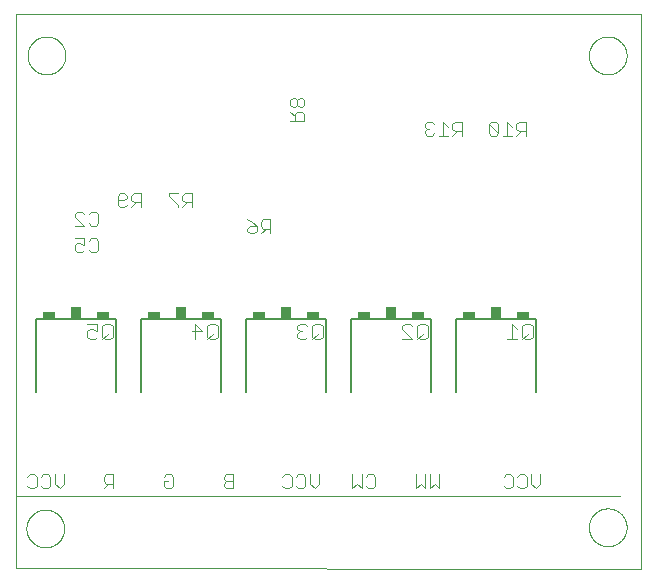
<source format=gbo>
G75*
%MOIN*%
%OFA0B0*%
%FSLAX25Y25*%
%IPPOS*%
%LPD*%
%AMOC8*
5,1,8,0,0,1.08239X$1,22.5*
%
%ADD10C,0.00000*%
%ADD11C,0.00400*%
%ADD12C,0.00600*%
%ADD13R,0.04488X0.02362*%
%ADD14R,0.03465X0.03937*%
D10*
X0052477Y0025103D02*
X0261020Y0024709D01*
X0261020Y0209788D01*
X0052477Y0209788D01*
X0052477Y0025103D01*
X0056060Y0038252D02*
X0056062Y0038410D01*
X0056068Y0038568D01*
X0056078Y0038726D01*
X0056092Y0038884D01*
X0056110Y0039041D01*
X0056131Y0039198D01*
X0056157Y0039354D01*
X0056187Y0039510D01*
X0056220Y0039665D01*
X0056258Y0039818D01*
X0056299Y0039971D01*
X0056344Y0040123D01*
X0056393Y0040274D01*
X0056446Y0040423D01*
X0056502Y0040571D01*
X0056562Y0040717D01*
X0056626Y0040862D01*
X0056694Y0041005D01*
X0056765Y0041147D01*
X0056839Y0041287D01*
X0056917Y0041424D01*
X0056999Y0041560D01*
X0057083Y0041694D01*
X0057172Y0041825D01*
X0057263Y0041954D01*
X0057358Y0042081D01*
X0057455Y0042206D01*
X0057556Y0042328D01*
X0057660Y0042447D01*
X0057767Y0042564D01*
X0057877Y0042678D01*
X0057990Y0042789D01*
X0058105Y0042898D01*
X0058223Y0043003D01*
X0058344Y0043105D01*
X0058467Y0043205D01*
X0058593Y0043301D01*
X0058721Y0043394D01*
X0058851Y0043484D01*
X0058984Y0043570D01*
X0059119Y0043654D01*
X0059255Y0043733D01*
X0059394Y0043810D01*
X0059535Y0043882D01*
X0059677Y0043952D01*
X0059821Y0044017D01*
X0059967Y0044079D01*
X0060114Y0044137D01*
X0060263Y0044192D01*
X0060413Y0044243D01*
X0060564Y0044290D01*
X0060716Y0044333D01*
X0060869Y0044372D01*
X0061024Y0044408D01*
X0061179Y0044439D01*
X0061335Y0044467D01*
X0061491Y0044491D01*
X0061648Y0044511D01*
X0061806Y0044527D01*
X0061963Y0044539D01*
X0062122Y0044547D01*
X0062280Y0044551D01*
X0062438Y0044551D01*
X0062596Y0044547D01*
X0062755Y0044539D01*
X0062912Y0044527D01*
X0063070Y0044511D01*
X0063227Y0044491D01*
X0063383Y0044467D01*
X0063539Y0044439D01*
X0063694Y0044408D01*
X0063849Y0044372D01*
X0064002Y0044333D01*
X0064154Y0044290D01*
X0064305Y0044243D01*
X0064455Y0044192D01*
X0064604Y0044137D01*
X0064751Y0044079D01*
X0064897Y0044017D01*
X0065041Y0043952D01*
X0065183Y0043882D01*
X0065324Y0043810D01*
X0065463Y0043733D01*
X0065599Y0043654D01*
X0065734Y0043570D01*
X0065867Y0043484D01*
X0065997Y0043394D01*
X0066125Y0043301D01*
X0066251Y0043205D01*
X0066374Y0043105D01*
X0066495Y0043003D01*
X0066613Y0042898D01*
X0066728Y0042789D01*
X0066841Y0042678D01*
X0066951Y0042564D01*
X0067058Y0042447D01*
X0067162Y0042328D01*
X0067263Y0042206D01*
X0067360Y0042081D01*
X0067455Y0041954D01*
X0067546Y0041825D01*
X0067635Y0041694D01*
X0067719Y0041560D01*
X0067801Y0041424D01*
X0067879Y0041287D01*
X0067953Y0041147D01*
X0068024Y0041005D01*
X0068092Y0040862D01*
X0068156Y0040717D01*
X0068216Y0040571D01*
X0068272Y0040423D01*
X0068325Y0040274D01*
X0068374Y0040123D01*
X0068419Y0039971D01*
X0068460Y0039818D01*
X0068498Y0039665D01*
X0068531Y0039510D01*
X0068561Y0039354D01*
X0068587Y0039198D01*
X0068608Y0039041D01*
X0068626Y0038884D01*
X0068640Y0038726D01*
X0068650Y0038568D01*
X0068656Y0038410D01*
X0068658Y0038252D01*
X0068656Y0038094D01*
X0068650Y0037936D01*
X0068640Y0037778D01*
X0068626Y0037620D01*
X0068608Y0037463D01*
X0068587Y0037306D01*
X0068561Y0037150D01*
X0068531Y0036994D01*
X0068498Y0036839D01*
X0068460Y0036686D01*
X0068419Y0036533D01*
X0068374Y0036381D01*
X0068325Y0036230D01*
X0068272Y0036081D01*
X0068216Y0035933D01*
X0068156Y0035787D01*
X0068092Y0035642D01*
X0068024Y0035499D01*
X0067953Y0035357D01*
X0067879Y0035217D01*
X0067801Y0035080D01*
X0067719Y0034944D01*
X0067635Y0034810D01*
X0067546Y0034679D01*
X0067455Y0034550D01*
X0067360Y0034423D01*
X0067263Y0034298D01*
X0067162Y0034176D01*
X0067058Y0034057D01*
X0066951Y0033940D01*
X0066841Y0033826D01*
X0066728Y0033715D01*
X0066613Y0033606D01*
X0066495Y0033501D01*
X0066374Y0033399D01*
X0066251Y0033299D01*
X0066125Y0033203D01*
X0065997Y0033110D01*
X0065867Y0033020D01*
X0065734Y0032934D01*
X0065599Y0032850D01*
X0065463Y0032771D01*
X0065324Y0032694D01*
X0065183Y0032622D01*
X0065041Y0032552D01*
X0064897Y0032487D01*
X0064751Y0032425D01*
X0064604Y0032367D01*
X0064455Y0032312D01*
X0064305Y0032261D01*
X0064154Y0032214D01*
X0064002Y0032171D01*
X0063849Y0032132D01*
X0063694Y0032096D01*
X0063539Y0032065D01*
X0063383Y0032037D01*
X0063227Y0032013D01*
X0063070Y0031993D01*
X0062912Y0031977D01*
X0062755Y0031965D01*
X0062596Y0031957D01*
X0062438Y0031953D01*
X0062280Y0031953D01*
X0062122Y0031957D01*
X0061963Y0031965D01*
X0061806Y0031977D01*
X0061648Y0031993D01*
X0061491Y0032013D01*
X0061335Y0032037D01*
X0061179Y0032065D01*
X0061024Y0032096D01*
X0060869Y0032132D01*
X0060716Y0032171D01*
X0060564Y0032214D01*
X0060413Y0032261D01*
X0060263Y0032312D01*
X0060114Y0032367D01*
X0059967Y0032425D01*
X0059821Y0032487D01*
X0059677Y0032552D01*
X0059535Y0032622D01*
X0059394Y0032694D01*
X0059255Y0032771D01*
X0059119Y0032850D01*
X0058984Y0032934D01*
X0058851Y0033020D01*
X0058721Y0033110D01*
X0058593Y0033203D01*
X0058467Y0033299D01*
X0058344Y0033399D01*
X0058223Y0033501D01*
X0058105Y0033606D01*
X0057990Y0033715D01*
X0057877Y0033826D01*
X0057767Y0033940D01*
X0057660Y0034057D01*
X0057556Y0034176D01*
X0057455Y0034298D01*
X0057358Y0034423D01*
X0057263Y0034550D01*
X0057172Y0034679D01*
X0057083Y0034810D01*
X0056999Y0034944D01*
X0056917Y0035080D01*
X0056839Y0035217D01*
X0056765Y0035357D01*
X0056694Y0035499D01*
X0056626Y0035642D01*
X0056562Y0035787D01*
X0056502Y0035933D01*
X0056446Y0036081D01*
X0056393Y0036230D01*
X0056344Y0036381D01*
X0056299Y0036533D01*
X0056258Y0036686D01*
X0056220Y0036839D01*
X0056187Y0036994D01*
X0056157Y0037150D01*
X0056131Y0037306D01*
X0056110Y0037463D01*
X0056092Y0037620D01*
X0056078Y0037778D01*
X0056068Y0037936D01*
X0056062Y0038094D01*
X0056060Y0038252D01*
X0052595Y0048951D02*
X0253796Y0048951D01*
X0243540Y0038646D02*
X0243542Y0038804D01*
X0243548Y0038962D01*
X0243558Y0039120D01*
X0243572Y0039278D01*
X0243590Y0039435D01*
X0243611Y0039592D01*
X0243637Y0039748D01*
X0243667Y0039904D01*
X0243700Y0040059D01*
X0243738Y0040212D01*
X0243779Y0040365D01*
X0243824Y0040517D01*
X0243873Y0040668D01*
X0243926Y0040817D01*
X0243982Y0040965D01*
X0244042Y0041111D01*
X0244106Y0041256D01*
X0244174Y0041399D01*
X0244245Y0041541D01*
X0244319Y0041681D01*
X0244397Y0041818D01*
X0244479Y0041954D01*
X0244563Y0042088D01*
X0244652Y0042219D01*
X0244743Y0042348D01*
X0244838Y0042475D01*
X0244935Y0042600D01*
X0245036Y0042722D01*
X0245140Y0042841D01*
X0245247Y0042958D01*
X0245357Y0043072D01*
X0245470Y0043183D01*
X0245585Y0043292D01*
X0245703Y0043397D01*
X0245824Y0043499D01*
X0245947Y0043599D01*
X0246073Y0043695D01*
X0246201Y0043788D01*
X0246331Y0043878D01*
X0246464Y0043964D01*
X0246599Y0044048D01*
X0246735Y0044127D01*
X0246874Y0044204D01*
X0247015Y0044276D01*
X0247157Y0044346D01*
X0247301Y0044411D01*
X0247447Y0044473D01*
X0247594Y0044531D01*
X0247743Y0044586D01*
X0247893Y0044637D01*
X0248044Y0044684D01*
X0248196Y0044727D01*
X0248349Y0044766D01*
X0248504Y0044802D01*
X0248659Y0044833D01*
X0248815Y0044861D01*
X0248971Y0044885D01*
X0249128Y0044905D01*
X0249286Y0044921D01*
X0249443Y0044933D01*
X0249602Y0044941D01*
X0249760Y0044945D01*
X0249918Y0044945D01*
X0250076Y0044941D01*
X0250235Y0044933D01*
X0250392Y0044921D01*
X0250550Y0044905D01*
X0250707Y0044885D01*
X0250863Y0044861D01*
X0251019Y0044833D01*
X0251174Y0044802D01*
X0251329Y0044766D01*
X0251482Y0044727D01*
X0251634Y0044684D01*
X0251785Y0044637D01*
X0251935Y0044586D01*
X0252084Y0044531D01*
X0252231Y0044473D01*
X0252377Y0044411D01*
X0252521Y0044346D01*
X0252663Y0044276D01*
X0252804Y0044204D01*
X0252943Y0044127D01*
X0253079Y0044048D01*
X0253214Y0043964D01*
X0253347Y0043878D01*
X0253477Y0043788D01*
X0253605Y0043695D01*
X0253731Y0043599D01*
X0253854Y0043499D01*
X0253975Y0043397D01*
X0254093Y0043292D01*
X0254208Y0043183D01*
X0254321Y0043072D01*
X0254431Y0042958D01*
X0254538Y0042841D01*
X0254642Y0042722D01*
X0254743Y0042600D01*
X0254840Y0042475D01*
X0254935Y0042348D01*
X0255026Y0042219D01*
X0255115Y0042088D01*
X0255199Y0041954D01*
X0255281Y0041818D01*
X0255359Y0041681D01*
X0255433Y0041541D01*
X0255504Y0041399D01*
X0255572Y0041256D01*
X0255636Y0041111D01*
X0255696Y0040965D01*
X0255752Y0040817D01*
X0255805Y0040668D01*
X0255854Y0040517D01*
X0255899Y0040365D01*
X0255940Y0040212D01*
X0255978Y0040059D01*
X0256011Y0039904D01*
X0256041Y0039748D01*
X0256067Y0039592D01*
X0256088Y0039435D01*
X0256106Y0039278D01*
X0256120Y0039120D01*
X0256130Y0038962D01*
X0256136Y0038804D01*
X0256138Y0038646D01*
X0256136Y0038488D01*
X0256130Y0038330D01*
X0256120Y0038172D01*
X0256106Y0038014D01*
X0256088Y0037857D01*
X0256067Y0037700D01*
X0256041Y0037544D01*
X0256011Y0037388D01*
X0255978Y0037233D01*
X0255940Y0037080D01*
X0255899Y0036927D01*
X0255854Y0036775D01*
X0255805Y0036624D01*
X0255752Y0036475D01*
X0255696Y0036327D01*
X0255636Y0036181D01*
X0255572Y0036036D01*
X0255504Y0035893D01*
X0255433Y0035751D01*
X0255359Y0035611D01*
X0255281Y0035474D01*
X0255199Y0035338D01*
X0255115Y0035204D01*
X0255026Y0035073D01*
X0254935Y0034944D01*
X0254840Y0034817D01*
X0254743Y0034692D01*
X0254642Y0034570D01*
X0254538Y0034451D01*
X0254431Y0034334D01*
X0254321Y0034220D01*
X0254208Y0034109D01*
X0254093Y0034000D01*
X0253975Y0033895D01*
X0253854Y0033793D01*
X0253731Y0033693D01*
X0253605Y0033597D01*
X0253477Y0033504D01*
X0253347Y0033414D01*
X0253214Y0033328D01*
X0253079Y0033244D01*
X0252943Y0033165D01*
X0252804Y0033088D01*
X0252663Y0033016D01*
X0252521Y0032946D01*
X0252377Y0032881D01*
X0252231Y0032819D01*
X0252084Y0032761D01*
X0251935Y0032706D01*
X0251785Y0032655D01*
X0251634Y0032608D01*
X0251482Y0032565D01*
X0251329Y0032526D01*
X0251174Y0032490D01*
X0251019Y0032459D01*
X0250863Y0032431D01*
X0250707Y0032407D01*
X0250550Y0032387D01*
X0250392Y0032371D01*
X0250235Y0032359D01*
X0250076Y0032351D01*
X0249918Y0032347D01*
X0249760Y0032347D01*
X0249602Y0032351D01*
X0249443Y0032359D01*
X0249286Y0032371D01*
X0249128Y0032387D01*
X0248971Y0032407D01*
X0248815Y0032431D01*
X0248659Y0032459D01*
X0248504Y0032490D01*
X0248349Y0032526D01*
X0248196Y0032565D01*
X0248044Y0032608D01*
X0247893Y0032655D01*
X0247743Y0032706D01*
X0247594Y0032761D01*
X0247447Y0032819D01*
X0247301Y0032881D01*
X0247157Y0032946D01*
X0247015Y0033016D01*
X0246874Y0033088D01*
X0246735Y0033165D01*
X0246599Y0033244D01*
X0246464Y0033328D01*
X0246331Y0033414D01*
X0246201Y0033504D01*
X0246073Y0033597D01*
X0245947Y0033693D01*
X0245824Y0033793D01*
X0245703Y0033895D01*
X0245585Y0034000D01*
X0245470Y0034109D01*
X0245357Y0034220D01*
X0245247Y0034334D01*
X0245140Y0034451D01*
X0245036Y0034570D01*
X0244935Y0034692D01*
X0244838Y0034817D01*
X0244743Y0034944D01*
X0244652Y0035073D01*
X0244563Y0035204D01*
X0244479Y0035338D01*
X0244397Y0035474D01*
X0244319Y0035611D01*
X0244245Y0035751D01*
X0244174Y0035893D01*
X0244106Y0036036D01*
X0244042Y0036181D01*
X0243982Y0036327D01*
X0243926Y0036475D01*
X0243873Y0036624D01*
X0243824Y0036775D01*
X0243779Y0036927D01*
X0243738Y0037080D01*
X0243700Y0037233D01*
X0243667Y0037388D01*
X0243637Y0037544D01*
X0243611Y0037700D01*
X0243590Y0037857D01*
X0243572Y0038014D01*
X0243558Y0038172D01*
X0243548Y0038330D01*
X0243542Y0038488D01*
X0243540Y0038646D01*
X0243540Y0195929D02*
X0243542Y0196087D01*
X0243548Y0196245D01*
X0243558Y0196403D01*
X0243572Y0196561D01*
X0243590Y0196718D01*
X0243611Y0196875D01*
X0243637Y0197031D01*
X0243667Y0197187D01*
X0243700Y0197342D01*
X0243738Y0197495D01*
X0243779Y0197648D01*
X0243824Y0197800D01*
X0243873Y0197951D01*
X0243926Y0198100D01*
X0243982Y0198248D01*
X0244042Y0198394D01*
X0244106Y0198539D01*
X0244174Y0198682D01*
X0244245Y0198824D01*
X0244319Y0198964D01*
X0244397Y0199101D01*
X0244479Y0199237D01*
X0244563Y0199371D01*
X0244652Y0199502D01*
X0244743Y0199631D01*
X0244838Y0199758D01*
X0244935Y0199883D01*
X0245036Y0200005D01*
X0245140Y0200124D01*
X0245247Y0200241D01*
X0245357Y0200355D01*
X0245470Y0200466D01*
X0245585Y0200575D01*
X0245703Y0200680D01*
X0245824Y0200782D01*
X0245947Y0200882D01*
X0246073Y0200978D01*
X0246201Y0201071D01*
X0246331Y0201161D01*
X0246464Y0201247D01*
X0246599Y0201331D01*
X0246735Y0201410D01*
X0246874Y0201487D01*
X0247015Y0201559D01*
X0247157Y0201629D01*
X0247301Y0201694D01*
X0247447Y0201756D01*
X0247594Y0201814D01*
X0247743Y0201869D01*
X0247893Y0201920D01*
X0248044Y0201967D01*
X0248196Y0202010D01*
X0248349Y0202049D01*
X0248504Y0202085D01*
X0248659Y0202116D01*
X0248815Y0202144D01*
X0248971Y0202168D01*
X0249128Y0202188D01*
X0249286Y0202204D01*
X0249443Y0202216D01*
X0249602Y0202224D01*
X0249760Y0202228D01*
X0249918Y0202228D01*
X0250076Y0202224D01*
X0250235Y0202216D01*
X0250392Y0202204D01*
X0250550Y0202188D01*
X0250707Y0202168D01*
X0250863Y0202144D01*
X0251019Y0202116D01*
X0251174Y0202085D01*
X0251329Y0202049D01*
X0251482Y0202010D01*
X0251634Y0201967D01*
X0251785Y0201920D01*
X0251935Y0201869D01*
X0252084Y0201814D01*
X0252231Y0201756D01*
X0252377Y0201694D01*
X0252521Y0201629D01*
X0252663Y0201559D01*
X0252804Y0201487D01*
X0252943Y0201410D01*
X0253079Y0201331D01*
X0253214Y0201247D01*
X0253347Y0201161D01*
X0253477Y0201071D01*
X0253605Y0200978D01*
X0253731Y0200882D01*
X0253854Y0200782D01*
X0253975Y0200680D01*
X0254093Y0200575D01*
X0254208Y0200466D01*
X0254321Y0200355D01*
X0254431Y0200241D01*
X0254538Y0200124D01*
X0254642Y0200005D01*
X0254743Y0199883D01*
X0254840Y0199758D01*
X0254935Y0199631D01*
X0255026Y0199502D01*
X0255115Y0199371D01*
X0255199Y0199237D01*
X0255281Y0199101D01*
X0255359Y0198964D01*
X0255433Y0198824D01*
X0255504Y0198682D01*
X0255572Y0198539D01*
X0255636Y0198394D01*
X0255696Y0198248D01*
X0255752Y0198100D01*
X0255805Y0197951D01*
X0255854Y0197800D01*
X0255899Y0197648D01*
X0255940Y0197495D01*
X0255978Y0197342D01*
X0256011Y0197187D01*
X0256041Y0197031D01*
X0256067Y0196875D01*
X0256088Y0196718D01*
X0256106Y0196561D01*
X0256120Y0196403D01*
X0256130Y0196245D01*
X0256136Y0196087D01*
X0256138Y0195929D01*
X0256136Y0195771D01*
X0256130Y0195613D01*
X0256120Y0195455D01*
X0256106Y0195297D01*
X0256088Y0195140D01*
X0256067Y0194983D01*
X0256041Y0194827D01*
X0256011Y0194671D01*
X0255978Y0194516D01*
X0255940Y0194363D01*
X0255899Y0194210D01*
X0255854Y0194058D01*
X0255805Y0193907D01*
X0255752Y0193758D01*
X0255696Y0193610D01*
X0255636Y0193464D01*
X0255572Y0193319D01*
X0255504Y0193176D01*
X0255433Y0193034D01*
X0255359Y0192894D01*
X0255281Y0192757D01*
X0255199Y0192621D01*
X0255115Y0192487D01*
X0255026Y0192356D01*
X0254935Y0192227D01*
X0254840Y0192100D01*
X0254743Y0191975D01*
X0254642Y0191853D01*
X0254538Y0191734D01*
X0254431Y0191617D01*
X0254321Y0191503D01*
X0254208Y0191392D01*
X0254093Y0191283D01*
X0253975Y0191178D01*
X0253854Y0191076D01*
X0253731Y0190976D01*
X0253605Y0190880D01*
X0253477Y0190787D01*
X0253347Y0190697D01*
X0253214Y0190611D01*
X0253079Y0190527D01*
X0252943Y0190448D01*
X0252804Y0190371D01*
X0252663Y0190299D01*
X0252521Y0190229D01*
X0252377Y0190164D01*
X0252231Y0190102D01*
X0252084Y0190044D01*
X0251935Y0189989D01*
X0251785Y0189938D01*
X0251634Y0189891D01*
X0251482Y0189848D01*
X0251329Y0189809D01*
X0251174Y0189773D01*
X0251019Y0189742D01*
X0250863Y0189714D01*
X0250707Y0189690D01*
X0250550Y0189670D01*
X0250392Y0189654D01*
X0250235Y0189642D01*
X0250076Y0189634D01*
X0249918Y0189630D01*
X0249760Y0189630D01*
X0249602Y0189634D01*
X0249443Y0189642D01*
X0249286Y0189654D01*
X0249128Y0189670D01*
X0248971Y0189690D01*
X0248815Y0189714D01*
X0248659Y0189742D01*
X0248504Y0189773D01*
X0248349Y0189809D01*
X0248196Y0189848D01*
X0248044Y0189891D01*
X0247893Y0189938D01*
X0247743Y0189989D01*
X0247594Y0190044D01*
X0247447Y0190102D01*
X0247301Y0190164D01*
X0247157Y0190229D01*
X0247015Y0190299D01*
X0246874Y0190371D01*
X0246735Y0190448D01*
X0246599Y0190527D01*
X0246464Y0190611D01*
X0246331Y0190697D01*
X0246201Y0190787D01*
X0246073Y0190880D01*
X0245947Y0190976D01*
X0245824Y0191076D01*
X0245703Y0191178D01*
X0245585Y0191283D01*
X0245470Y0191392D01*
X0245357Y0191503D01*
X0245247Y0191617D01*
X0245140Y0191734D01*
X0245036Y0191853D01*
X0244935Y0191975D01*
X0244838Y0192100D01*
X0244743Y0192227D01*
X0244652Y0192356D01*
X0244563Y0192487D01*
X0244479Y0192621D01*
X0244397Y0192757D01*
X0244319Y0192894D01*
X0244245Y0193034D01*
X0244174Y0193176D01*
X0244106Y0193319D01*
X0244042Y0193464D01*
X0243982Y0193610D01*
X0243926Y0193758D01*
X0243873Y0193907D01*
X0243824Y0194058D01*
X0243779Y0194210D01*
X0243738Y0194363D01*
X0243700Y0194516D01*
X0243667Y0194671D01*
X0243637Y0194827D01*
X0243611Y0194983D01*
X0243590Y0195140D01*
X0243572Y0195297D01*
X0243558Y0195455D01*
X0243548Y0195613D01*
X0243542Y0195771D01*
X0243540Y0195929D01*
X0056454Y0195929D02*
X0056456Y0196087D01*
X0056462Y0196245D01*
X0056472Y0196403D01*
X0056486Y0196561D01*
X0056504Y0196718D01*
X0056525Y0196875D01*
X0056551Y0197031D01*
X0056581Y0197187D01*
X0056614Y0197342D01*
X0056652Y0197495D01*
X0056693Y0197648D01*
X0056738Y0197800D01*
X0056787Y0197951D01*
X0056840Y0198100D01*
X0056896Y0198248D01*
X0056956Y0198394D01*
X0057020Y0198539D01*
X0057088Y0198682D01*
X0057159Y0198824D01*
X0057233Y0198964D01*
X0057311Y0199101D01*
X0057393Y0199237D01*
X0057477Y0199371D01*
X0057566Y0199502D01*
X0057657Y0199631D01*
X0057752Y0199758D01*
X0057849Y0199883D01*
X0057950Y0200005D01*
X0058054Y0200124D01*
X0058161Y0200241D01*
X0058271Y0200355D01*
X0058384Y0200466D01*
X0058499Y0200575D01*
X0058617Y0200680D01*
X0058738Y0200782D01*
X0058861Y0200882D01*
X0058987Y0200978D01*
X0059115Y0201071D01*
X0059245Y0201161D01*
X0059378Y0201247D01*
X0059513Y0201331D01*
X0059649Y0201410D01*
X0059788Y0201487D01*
X0059929Y0201559D01*
X0060071Y0201629D01*
X0060215Y0201694D01*
X0060361Y0201756D01*
X0060508Y0201814D01*
X0060657Y0201869D01*
X0060807Y0201920D01*
X0060958Y0201967D01*
X0061110Y0202010D01*
X0061263Y0202049D01*
X0061418Y0202085D01*
X0061573Y0202116D01*
X0061729Y0202144D01*
X0061885Y0202168D01*
X0062042Y0202188D01*
X0062200Y0202204D01*
X0062357Y0202216D01*
X0062516Y0202224D01*
X0062674Y0202228D01*
X0062832Y0202228D01*
X0062990Y0202224D01*
X0063149Y0202216D01*
X0063306Y0202204D01*
X0063464Y0202188D01*
X0063621Y0202168D01*
X0063777Y0202144D01*
X0063933Y0202116D01*
X0064088Y0202085D01*
X0064243Y0202049D01*
X0064396Y0202010D01*
X0064548Y0201967D01*
X0064699Y0201920D01*
X0064849Y0201869D01*
X0064998Y0201814D01*
X0065145Y0201756D01*
X0065291Y0201694D01*
X0065435Y0201629D01*
X0065577Y0201559D01*
X0065718Y0201487D01*
X0065857Y0201410D01*
X0065993Y0201331D01*
X0066128Y0201247D01*
X0066261Y0201161D01*
X0066391Y0201071D01*
X0066519Y0200978D01*
X0066645Y0200882D01*
X0066768Y0200782D01*
X0066889Y0200680D01*
X0067007Y0200575D01*
X0067122Y0200466D01*
X0067235Y0200355D01*
X0067345Y0200241D01*
X0067452Y0200124D01*
X0067556Y0200005D01*
X0067657Y0199883D01*
X0067754Y0199758D01*
X0067849Y0199631D01*
X0067940Y0199502D01*
X0068029Y0199371D01*
X0068113Y0199237D01*
X0068195Y0199101D01*
X0068273Y0198964D01*
X0068347Y0198824D01*
X0068418Y0198682D01*
X0068486Y0198539D01*
X0068550Y0198394D01*
X0068610Y0198248D01*
X0068666Y0198100D01*
X0068719Y0197951D01*
X0068768Y0197800D01*
X0068813Y0197648D01*
X0068854Y0197495D01*
X0068892Y0197342D01*
X0068925Y0197187D01*
X0068955Y0197031D01*
X0068981Y0196875D01*
X0069002Y0196718D01*
X0069020Y0196561D01*
X0069034Y0196403D01*
X0069044Y0196245D01*
X0069050Y0196087D01*
X0069052Y0195929D01*
X0069050Y0195771D01*
X0069044Y0195613D01*
X0069034Y0195455D01*
X0069020Y0195297D01*
X0069002Y0195140D01*
X0068981Y0194983D01*
X0068955Y0194827D01*
X0068925Y0194671D01*
X0068892Y0194516D01*
X0068854Y0194363D01*
X0068813Y0194210D01*
X0068768Y0194058D01*
X0068719Y0193907D01*
X0068666Y0193758D01*
X0068610Y0193610D01*
X0068550Y0193464D01*
X0068486Y0193319D01*
X0068418Y0193176D01*
X0068347Y0193034D01*
X0068273Y0192894D01*
X0068195Y0192757D01*
X0068113Y0192621D01*
X0068029Y0192487D01*
X0067940Y0192356D01*
X0067849Y0192227D01*
X0067754Y0192100D01*
X0067657Y0191975D01*
X0067556Y0191853D01*
X0067452Y0191734D01*
X0067345Y0191617D01*
X0067235Y0191503D01*
X0067122Y0191392D01*
X0067007Y0191283D01*
X0066889Y0191178D01*
X0066768Y0191076D01*
X0066645Y0190976D01*
X0066519Y0190880D01*
X0066391Y0190787D01*
X0066261Y0190697D01*
X0066128Y0190611D01*
X0065993Y0190527D01*
X0065857Y0190448D01*
X0065718Y0190371D01*
X0065577Y0190299D01*
X0065435Y0190229D01*
X0065291Y0190164D01*
X0065145Y0190102D01*
X0064998Y0190044D01*
X0064849Y0189989D01*
X0064699Y0189938D01*
X0064548Y0189891D01*
X0064396Y0189848D01*
X0064243Y0189809D01*
X0064088Y0189773D01*
X0063933Y0189742D01*
X0063777Y0189714D01*
X0063621Y0189690D01*
X0063464Y0189670D01*
X0063306Y0189654D01*
X0063149Y0189642D01*
X0062990Y0189634D01*
X0062832Y0189630D01*
X0062674Y0189630D01*
X0062516Y0189634D01*
X0062357Y0189642D01*
X0062200Y0189654D01*
X0062042Y0189670D01*
X0061885Y0189690D01*
X0061729Y0189714D01*
X0061573Y0189742D01*
X0061418Y0189773D01*
X0061263Y0189809D01*
X0061110Y0189848D01*
X0060958Y0189891D01*
X0060807Y0189938D01*
X0060657Y0189989D01*
X0060508Y0190044D01*
X0060361Y0190102D01*
X0060215Y0190164D01*
X0060071Y0190229D01*
X0059929Y0190299D01*
X0059788Y0190371D01*
X0059649Y0190448D01*
X0059513Y0190527D01*
X0059378Y0190611D01*
X0059245Y0190697D01*
X0059115Y0190787D01*
X0058987Y0190880D01*
X0058861Y0190976D01*
X0058738Y0191076D01*
X0058617Y0191178D01*
X0058499Y0191283D01*
X0058384Y0191392D01*
X0058271Y0191503D01*
X0058161Y0191617D01*
X0058054Y0191734D01*
X0057950Y0191853D01*
X0057849Y0191975D01*
X0057752Y0192100D01*
X0057657Y0192227D01*
X0057566Y0192356D01*
X0057477Y0192487D01*
X0057393Y0192621D01*
X0057311Y0192757D01*
X0057233Y0192894D01*
X0057159Y0193034D01*
X0057088Y0193176D01*
X0057020Y0193319D01*
X0056956Y0193464D01*
X0056896Y0193610D01*
X0056840Y0193758D01*
X0056787Y0193907D01*
X0056738Y0194058D01*
X0056693Y0194210D01*
X0056652Y0194363D01*
X0056614Y0194516D01*
X0056581Y0194671D01*
X0056551Y0194827D01*
X0056525Y0194983D01*
X0056504Y0195140D01*
X0056486Y0195297D01*
X0056472Y0195455D01*
X0056462Y0195613D01*
X0056456Y0195771D01*
X0056454Y0195929D01*
D11*
X0087197Y0150005D02*
X0088732Y0150005D01*
X0089499Y0149238D01*
X0089499Y0148470D01*
X0088732Y0147703D01*
X0086430Y0147703D01*
X0086430Y0146168D02*
X0086430Y0149238D01*
X0087197Y0150005D01*
X0091034Y0149238D02*
X0091034Y0147703D01*
X0091801Y0146936D01*
X0094103Y0146936D01*
X0092568Y0146936D02*
X0091034Y0145401D01*
X0089499Y0146168D02*
X0088732Y0145401D01*
X0087197Y0145401D01*
X0086430Y0146168D01*
X0091034Y0149238D02*
X0091801Y0150005D01*
X0094103Y0150005D01*
X0094103Y0145401D01*
X0103472Y0149238D02*
X0106541Y0146168D01*
X0106541Y0145401D01*
X0108076Y0145401D02*
X0109611Y0146936D01*
X0108843Y0146936D02*
X0111145Y0146936D01*
X0111145Y0145401D02*
X0111145Y0150005D01*
X0108843Y0150005D01*
X0108076Y0149238D01*
X0108076Y0147703D01*
X0108843Y0146936D01*
X0106541Y0150005D02*
X0103472Y0150005D01*
X0103472Y0149238D01*
X0079895Y0142988D02*
X0079895Y0139918D01*
X0079128Y0139151D01*
X0077593Y0139151D01*
X0076826Y0139918D01*
X0075291Y0139151D02*
X0072222Y0142220D01*
X0072222Y0142988D01*
X0072989Y0143755D01*
X0074524Y0143755D01*
X0075291Y0142988D01*
X0076826Y0142988D02*
X0077593Y0143755D01*
X0079128Y0143755D01*
X0079895Y0142988D01*
X0075291Y0139151D02*
X0072222Y0139151D01*
X0072222Y0135005D02*
X0075291Y0135005D01*
X0075291Y0132703D01*
X0073757Y0133470D01*
X0072989Y0133470D01*
X0072222Y0132703D01*
X0072222Y0131168D01*
X0072989Y0130401D01*
X0074524Y0130401D01*
X0075291Y0131168D01*
X0076826Y0131168D02*
X0077593Y0130401D01*
X0079128Y0130401D01*
X0079895Y0131168D01*
X0079895Y0134238D01*
X0079128Y0135005D01*
X0077593Y0135005D01*
X0076826Y0134238D01*
X0076237Y0106531D02*
X0079707Y0106531D01*
X0079707Y0103929D01*
X0077972Y0104796D01*
X0077105Y0104796D01*
X0076237Y0103929D01*
X0076237Y0102194D01*
X0077105Y0101327D01*
X0078840Y0101327D01*
X0079707Y0102194D01*
X0081394Y0102194D02*
X0082261Y0101327D01*
X0083996Y0101327D01*
X0084863Y0102194D01*
X0084863Y0105664D01*
X0083996Y0106531D01*
X0082261Y0106531D01*
X0081394Y0105664D01*
X0081394Y0102194D01*
X0081394Y0101327D02*
X0083129Y0103061D01*
X0111237Y0103929D02*
X0114707Y0103929D01*
X0112105Y0106531D01*
X0112105Y0101327D01*
X0116394Y0101327D02*
X0118129Y0103061D01*
X0118996Y0101327D02*
X0119863Y0102194D01*
X0119863Y0105664D01*
X0118996Y0106531D01*
X0117261Y0106531D01*
X0116394Y0105664D01*
X0116394Y0102194D01*
X0117261Y0101327D01*
X0118996Y0101327D01*
X0146237Y0102194D02*
X0147105Y0101327D01*
X0148840Y0101327D01*
X0149707Y0102194D01*
X0151394Y0102194D02*
X0152261Y0101327D01*
X0153996Y0101327D01*
X0154863Y0102194D01*
X0154863Y0105664D01*
X0153996Y0106531D01*
X0152261Y0106531D01*
X0151394Y0105664D01*
X0151394Y0102194D01*
X0151394Y0101327D02*
X0153129Y0103061D01*
X0149707Y0105664D02*
X0148840Y0106531D01*
X0147105Y0106531D01*
X0146237Y0105664D01*
X0146237Y0104796D01*
X0147105Y0103929D01*
X0146237Y0103061D01*
X0146237Y0102194D01*
X0147105Y0103929D02*
X0147972Y0103929D01*
X0181237Y0104796D02*
X0181237Y0105664D01*
X0182105Y0106531D01*
X0183840Y0106531D01*
X0184707Y0105664D01*
X0186394Y0105664D02*
X0186394Y0102194D01*
X0187261Y0101327D01*
X0188996Y0101327D01*
X0189863Y0102194D01*
X0189863Y0105664D01*
X0188996Y0106531D01*
X0187261Y0106531D01*
X0186394Y0105664D01*
X0188129Y0103061D02*
X0186394Y0101327D01*
X0184707Y0101327D02*
X0181237Y0104796D01*
X0181237Y0101327D02*
X0184707Y0101327D01*
X0216237Y0101327D02*
X0219707Y0101327D01*
X0221394Y0101327D02*
X0223129Y0103061D01*
X0223996Y0101327D02*
X0224863Y0102194D01*
X0224863Y0105664D01*
X0223996Y0106531D01*
X0222261Y0106531D01*
X0221394Y0105664D01*
X0221394Y0102194D01*
X0222261Y0101327D01*
X0223996Y0101327D01*
X0219707Y0104796D02*
X0217972Y0106531D01*
X0217972Y0101327D01*
X0217420Y0056255D02*
X0218187Y0055488D01*
X0218187Y0052418D01*
X0217420Y0051651D01*
X0215885Y0051651D01*
X0215118Y0052418D01*
X0215118Y0055488D02*
X0215885Y0056255D01*
X0217420Y0056255D01*
X0219722Y0055488D02*
X0220489Y0056255D01*
X0222024Y0056255D01*
X0222791Y0055488D01*
X0222791Y0052418D01*
X0222024Y0051651D01*
X0220489Y0051651D01*
X0219722Y0052418D01*
X0224326Y0053186D02*
X0224326Y0056255D01*
X0227395Y0056255D02*
X0227395Y0053186D01*
X0225861Y0051651D01*
X0224326Y0053186D01*
X0193645Y0051651D02*
X0192111Y0053186D01*
X0190576Y0051651D01*
X0190576Y0056255D01*
X0189041Y0056255D02*
X0189041Y0051651D01*
X0187507Y0053186D01*
X0185972Y0051651D01*
X0185972Y0056255D01*
X0193645Y0056255D02*
X0193645Y0051651D01*
X0172395Y0052418D02*
X0171628Y0051651D01*
X0170093Y0051651D01*
X0169326Y0052418D01*
X0167791Y0051651D02*
X0166257Y0053186D01*
X0164722Y0051651D01*
X0164722Y0056255D01*
X0167791Y0056255D02*
X0167791Y0051651D01*
X0169326Y0055488D02*
X0170093Y0056255D01*
X0171628Y0056255D01*
X0172395Y0055488D01*
X0172395Y0052418D01*
X0153645Y0053186D02*
X0152111Y0051651D01*
X0150576Y0053186D01*
X0150576Y0056255D01*
X0149041Y0055488D02*
X0149041Y0052418D01*
X0148274Y0051651D01*
X0146739Y0051651D01*
X0145972Y0052418D01*
X0144437Y0052418D02*
X0143670Y0051651D01*
X0142135Y0051651D01*
X0141368Y0052418D01*
X0144437Y0052418D02*
X0144437Y0055488D01*
X0143670Y0056255D01*
X0142135Y0056255D01*
X0141368Y0055488D01*
X0145972Y0055488D02*
X0146739Y0056255D01*
X0148274Y0056255D01*
X0149041Y0055488D01*
X0153645Y0056255D02*
X0153645Y0053186D01*
X0124895Y0053953D02*
X0122593Y0053953D01*
X0121826Y0053186D01*
X0121826Y0052418D01*
X0122593Y0051651D01*
X0124895Y0051651D01*
X0124895Y0056255D01*
X0122593Y0056255D01*
X0121826Y0055488D01*
X0121826Y0054720D01*
X0122593Y0053953D01*
X0104895Y0055488D02*
X0104895Y0052418D01*
X0104128Y0051651D01*
X0102593Y0051651D01*
X0101826Y0052418D01*
X0101826Y0053953D01*
X0103361Y0053953D01*
X0104895Y0055488D02*
X0104128Y0056255D01*
X0102593Y0056255D01*
X0101826Y0055488D01*
X0084895Y0056255D02*
X0084895Y0051651D01*
X0084895Y0053186D02*
X0082593Y0053186D01*
X0081826Y0053953D01*
X0081826Y0055488D01*
X0082593Y0056255D01*
X0084895Y0056255D01*
X0083361Y0053186D02*
X0081826Y0051651D01*
X0068645Y0053186D02*
X0067111Y0051651D01*
X0065576Y0053186D01*
X0065576Y0056255D01*
X0064041Y0055488D02*
X0064041Y0052418D01*
X0063274Y0051651D01*
X0061739Y0051651D01*
X0060972Y0052418D01*
X0059437Y0052418D02*
X0058670Y0051651D01*
X0057135Y0051651D01*
X0056368Y0052418D01*
X0059437Y0052418D02*
X0059437Y0055488D01*
X0058670Y0056255D01*
X0057135Y0056255D01*
X0056368Y0055488D01*
X0060972Y0055488D02*
X0061739Y0056255D01*
X0063274Y0056255D01*
X0064041Y0055488D01*
X0068645Y0056255D02*
X0068645Y0053186D01*
X0130489Y0136651D02*
X0129722Y0137418D01*
X0129722Y0138186D01*
X0130489Y0138953D01*
X0132791Y0138953D01*
X0132791Y0137418D01*
X0132024Y0136651D01*
X0130489Y0136651D01*
X0132791Y0138953D02*
X0131257Y0140488D01*
X0129722Y0141255D01*
X0134326Y0140488D02*
X0134326Y0138953D01*
X0135093Y0138186D01*
X0137395Y0138186D01*
X0135861Y0138186D02*
X0134326Y0136651D01*
X0137395Y0136651D02*
X0137395Y0141255D01*
X0135093Y0141255D01*
X0134326Y0140488D01*
X0144045Y0174151D02*
X0148649Y0174151D01*
X0148649Y0176453D01*
X0147882Y0177220D01*
X0146347Y0177220D01*
X0145580Y0176453D01*
X0145580Y0174151D01*
X0145580Y0175686D02*
X0144045Y0177220D01*
X0144812Y0178755D02*
X0145580Y0178755D01*
X0146347Y0179522D01*
X0146347Y0181057D01*
X0145580Y0181824D01*
X0144812Y0181824D01*
X0144045Y0181057D01*
X0144045Y0179522D01*
X0144812Y0178755D01*
X0146347Y0179522D02*
X0147114Y0178755D01*
X0147882Y0178755D01*
X0148649Y0179522D01*
X0148649Y0181057D01*
X0147882Y0181824D01*
X0147114Y0181824D01*
X0146347Y0181057D01*
X0188868Y0172988D02*
X0188868Y0172220D01*
X0189635Y0171453D01*
X0188868Y0170686D01*
X0188868Y0169918D01*
X0189635Y0169151D01*
X0191170Y0169151D01*
X0191937Y0169918D01*
X0193472Y0169151D02*
X0196541Y0169151D01*
X0195007Y0169151D02*
X0195007Y0173755D01*
X0196541Y0172220D01*
X0198076Y0171453D02*
X0198843Y0170686D01*
X0201145Y0170686D01*
X0199611Y0170686D02*
X0198076Y0169151D01*
X0198076Y0171453D02*
X0198076Y0172988D01*
X0198843Y0173755D01*
X0201145Y0173755D01*
X0201145Y0169151D01*
X0191937Y0172988D02*
X0191170Y0173755D01*
X0189635Y0173755D01*
X0188868Y0172988D01*
X0189635Y0171453D02*
X0190403Y0171453D01*
X0210180Y0169918D02*
X0210947Y0169151D01*
X0212482Y0169151D01*
X0213249Y0169918D01*
X0210180Y0172988D01*
X0210180Y0169918D01*
X0213249Y0169918D02*
X0213249Y0172988D01*
X0212482Y0173755D01*
X0210947Y0173755D01*
X0210180Y0172988D01*
X0214784Y0169151D02*
X0217853Y0169151D01*
X0216318Y0169151D02*
X0216318Y0173755D01*
X0217853Y0172220D01*
X0219388Y0171453D02*
X0220155Y0170686D01*
X0222457Y0170686D01*
X0220922Y0170686D02*
X0219388Y0169151D01*
X0219388Y0171453D02*
X0219388Y0172988D01*
X0220155Y0173755D01*
X0222457Y0173755D01*
X0222457Y0169151D01*
D12*
X0225843Y0108085D02*
X0199347Y0108085D01*
X0199347Y0083597D01*
X0190843Y0083597D02*
X0190843Y0108085D01*
X0164347Y0108085D01*
X0164347Y0083597D01*
X0155843Y0083597D02*
X0155843Y0108085D01*
X0129347Y0108085D01*
X0129347Y0083597D01*
X0120843Y0083597D02*
X0120843Y0108085D01*
X0094347Y0108085D01*
X0094347Y0083597D01*
X0085843Y0083597D02*
X0085843Y0108085D01*
X0059347Y0108085D01*
X0059347Y0083597D01*
X0225843Y0083597D02*
X0225843Y0108085D01*
D13*
X0221611Y0109266D03*
X0203579Y0109266D03*
X0186611Y0109266D03*
X0168579Y0109266D03*
X0151611Y0109266D03*
X0133579Y0109266D03*
X0116611Y0109266D03*
X0098579Y0109266D03*
X0081611Y0109266D03*
X0063579Y0109266D03*
D14*
X0072595Y0110053D03*
X0107595Y0110053D03*
X0142595Y0110053D03*
X0177595Y0110053D03*
X0212595Y0110053D03*
M02*

</source>
